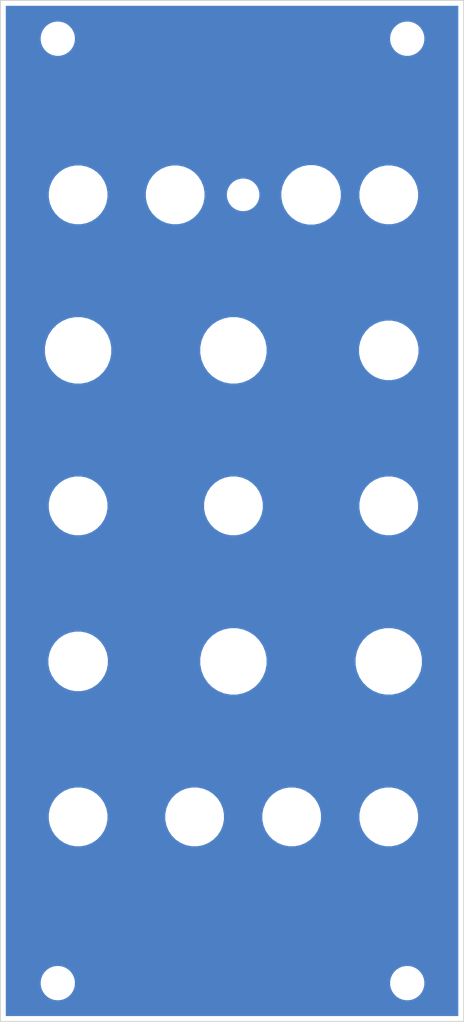
<source format=kicad_pcb>
(kicad_pcb (version 20221018) (generator pcbnew)
  (title_block (title "X4046") (date "2019-09-02") (rev "R01") (comment 1 "Panel PCB") (comment 2 "Original design by Thomas Henry") (comment 4 "License CC BY 4.0 - Attribution 4.0 International"))
  (layers (0 "F.Cu" signal) (31 "B.Cu" signal) (34 "B.Paste" user) (35 "F.Paste" user) (36 "B.SilkS" user "B.Silkscreen") (37 "F.SilkS" user "F.Silkscreen") (38 "B.Mask" user) (39 "F.Mask" user) (44 "Edge.Cuts" user))
  (net 0 "")
  (footprint "MountingHole:MountingHole_3.2mm_M3" (layer "F.Cu") (at 32.9 30.4)
    (fp_text reference "H2" hide)
    (fp_text value "MountingHole" hide)
    (pad "" np_thru_hole circle locked (at 0 0) (size 3.2 3.2) (drill 3.2) (layers "*.Cu" "*.Mask"))
  )
  (footprint "MountingHole:MountingHole_3.2mm_M3" (layer "F.Cu") (at 32.9 153.8)
    (fp_text reference "H3" hide)
    (fp_text value "MountingHole" hide)
    (pad "" np_thru_hole circle locked (at 0 0) (size 3.2 3.2) (drill 3.2) (layers "*.Cu" "*.Mask"))
  )
  (footprint "MountingHole:MountingHole_3.2mm_M3" (layer "F.Cu") (at 78.62 30.4)
    (fp_text reference "H4" hide)
    (fp_text value "MountingHole" hide)
    (pad "" np_thru_hole circle locked (at 0 0) (size 3.2 3.2) (drill 3.2) (layers "*.Cu" "*.Mask"))
  )
  (footprint "MountingHole:MountingHole_3.2mm_M3" (layer "F.Cu") (at 78.62 153.8)
    (fp_text reference "H5" hide)
    (fp_text value "MountingHole" hide)
    (pad "" np_thru_hole circle locked (at 0 0) (size 3.2 3.2) (drill 3.2) (layers "*.Cu" "*.Mask"))
  )
  (footprint "elektrophon:panel_jack" (layer "F.Cu") (at 35.56 50.8)
    (fp_text reference "H1" hide)
    (fp_text value "TRIG" hide)
    (pad "" np_thru_hole circle (at 0 0) (size 6.4 6.4) (drill 6.4) (layers "*.Cu" "*.Mask"))
  )
  (footprint "elektrophon:panel_jack" (layer "F.Cu") (at 63.5 132.08)
    (fp_text reference "H9" hide)
    (fp_text value "AC OUT" hide)
    (pad "" np_thru_hole circle (at 0 0) (size 6.4 6.4) (drill 6.4) (layers "*.Cu" "*.Mask"))
  )
  (footprint "elektrophon:panel_jack" (layer "F.Cu") (at 50.8 132.08)
    (fp_text reference "H10" hide)
    (fp_text value "OUT" hide)
    (pad "" np_thru_hole circle (at 0 0) (size 6.4 6.4) (drill 6.4) (layers "*.Cu" "*.Mask"))
  )
  (footprint "elektrophon:panel_jack" (layer "F.Cu") (at 55.88 91.44)
    (fp_text reference "H16" hide)
    (fp_text value "BOTH CV" hide)
    (pad "" np_thru_hole circle (at 0 0) (size 6.4 6.4) (drill 6.4) (layers "*.Cu" "*.Mask"))
  )
  (footprint "elektrophon:panel_switch" (layer "F.Cu") (at 66.04 50.8)
    (fp_text reference "H6" hide)
    (fp_text value "CYCLE")
    (pad "" np_thru_hole circle (at 0 0) (size 6.4 6.4) (drill 6.4) (layers "*.Cu" "*.Mask"))
  )
  (footprint "elektrophon:panel_switch" (layer "F.Cu") (at 76.2 71.12)
    (fp_text reference "H12" hide)
    (fp_text value "EXP_FALL")
    (pad "" np_thru_hole circle (at 0 0) (size 6.4 6.4) (drill 6.4) (layers "*.Cu" "*.Mask"))
  )
  (footprint "elektrophon:panel_switch" (layer "F.Cu") (at 35.56 111.76)
    (fp_text reference "H13" hide)
    (fp_text value "EXP_RAISE")
    (pad "" np_thru_hole circle (at 0 0) (size 6.4 6.4) (drill 6.4) (layers "*.Cu" "*.Mask"))
  )
  (footprint "elektrophon:panel_jack" (layer "F.Cu") (at 35.56 91.44)
    (fp_text reference "H14" hide)
    (fp_text value "CV RISE" hide)
    (pad "" np_thru_hole circle (at 0 0) (size 6.4 6.4) (drill 6.4) (layers "*.Cu" "*.Mask"))
  )
  (footprint "elektrophon:panel_jack" (layer "F.Cu") (at 76.2 91.44)
    (fp_text reference "H15" hide)
    (fp_text value "CV FALL" hide)
    (pad "" np_thru_hole circle (at 0 0) (size 6.4 6.4) (drill 6.4) (layers "*.Cu" "*.Mask"))
  )
  (footprint "elektrophon:panel_potentiometer" (layer "F.Cu") (at 35.56 71.12)
    (fp_text reference "H18" hide)
    (fp_text value "RISE" hide)
    (pad "" np_thru_hole circle (at 0 0) (size 7.4 7.4) (drill 7.4) (layers "*.Cu" "*.Mask"))
  )
  (footprint "elektrophon:panel_potentiometer" (layer "F.Cu") (at 76.2 111.76)
    (fp_text reference "H19" hide)
    (fp_text value "FALL" hide)
    (pad "" np_thru_hole circle (at 0 0) (size 7.4 7.4) (drill 7.4) (layers "*.Cu" "*.Mask"))
  )
  (footprint "elektrophon:panel_potentiometer" (layer "F.Cu") (at 55.88 71.12)
    (fp_text reference "H20" hide)
    (fp_text value "RISE RATE" hide)
    (pad "" np_thru_hole circle (at 0 0) (size 7.4 7.4) (drill 7.4) (layers "*.Cu" "*.Mask"))
  )
  (footprint "elektrophon:panel_potentiometer" (layer "F.Cu") (at 55.88 111.76)
    (fp_text reference "H21" hide)
    (fp_text value "FALL RATE" hide)
    (pad "" np_thru_hole circle (at 0 0) (size 7.4 7.4) (drill 7.4) (layers "*.Cu" "*.Mask"))
  )
  (footprint "elektrophon:LED_Monitor" (layer "F.Cu") (at 57.15 50.8)
    (fp_text reference "H7" hide)
    (fp_text value "LED" hide)
  )
  (footprint "elektrophon:panel_jack" (layer "F.Cu") (at 76.2 50.8)
    (fp_text reference "H8" hide)
    (fp_text value "END" hide)
    (pad "" np_thru_hole circle (at 0 0) (size 6.4 6.4) (drill 6.4) (layers "*.Cu" "*.Mask"))
  )
  (footprint "elektrophon:panel_jack" (layer "F.Cu") (at 76.2 132.08)
    (fp_text reference "H11" hide)
    (fp_text value "BIPOLAR OUT" hide)
    (pad "" np_thru_hole circle (at 0 0) (size 6.4 6.4) (drill 6.4) (layers "*.Cu" "*.Mask"))
  )
  (footprint "elektrophon:panel_jack" (layer "F.Cu") (at 35.56 132.08)
    (fp_text reference "H17" hide)
    (fp_text value "CV" hide)
    (pad "" np_thru_hole circle (at 0 0) (size 6.4 6.4) (drill 6.4) (layers "*.Cu" "*.Mask"))
  )
  (footprint "elektrophon:panel_jack" (layer "F.Cu") (at 48.26 50.8)
    (fp_text reference "H22" hide)
    (fp_text value "IN" hide)
    (pad "" np_thru_hole circle (at 0 0) (size 6.4 6.4) (drill 6.4) (layers "*.Cu" "*.Mask"))
  )
  (gr_line (start 25.4 25.4) (end 25.4 158.8) (stroke (width 0.12)) (layer "Edge.Cuts"))
  (gr_line (start 25.4 25.4) (end 86 25.4) (stroke (width 0.12)) (layer "Edge.Cuts"))
  (gr_line (start 86 158.8) (end 25.4 158.8) (stroke (width 0.12)) (layer "Edge.Cuts"))
  (gr_line (start 86 25.4) (end 86 158.8) (stroke (width 0.12)) (layer "Edge.Cuts"))
  (gr_text "R01" (at 69.85 153.67) (layer "F.Cu") (effects (font (size 2 1.4) (thickness 0.25))))
  (zone (net 0) (net_name "") (layer "B.Cu") (connect_pads (clearance 0.508)) (min_thickness 0.254) (fill yes (thermal_gap 0.508) (thermal_bridge_width 0.508))
    (polygon (pts (xy 25.43 25.4) (xy 85.882 25.751) (xy 85.822 159.161) (xy 25.4 158.75)))
  )
  (zone (net 0) (net_name "") (layer "B.Cu") (connect_pads (clearance 0)) (min_thickness 0.254)
    (keepout (tracks not_allowed) (vias not_allowed) (pads allowed) (copperpour not_allowed) (footprints allowed))
    (fill (thermal_gap 0.508) (thermal_bridge_width 0.508))
    (polygon (pts (xy 57.227 48.8015) (xy 57.2899 48.8049) (xy 57.3527 48.8103) (xy 57.4153 48.8177) (xy 57.4776 48.827) (xy 57.5396 48.8383) (xy 57.6012 48.8516) (xy 57.6623 48.8667) (xy 57.723 48.8838) (xy 57.783 48.9028) (xy 57.8425 48.9237) (xy 57.9012 48.9465) (xy 57.9592 48.971) (xy 58.0165 48.9974) (xy 58.0728 49.0256) (xy 58.1282 49.0556) (xy 58.1827 49.0872) (xy 58.2361 49.1206) (xy 58.2885 49.1557) (xy 58.3397 49.1923) (xy 58.3898 49.2306) (xy 58.4386 49.2704) (xy 58.4861 49.3118) (xy 58.5323 49.3546) (xy 58.5772 49.3989) (xy 58.6206 49.4445) (xy 58.6626 49.4915) (xy 58.703 49.5398) (xy 58.742 49.5893) (xy 58.7793 49.6401) (xy 58.815 49.692) (xy 58.8491 49.745) (xy 58.8815 49.799) (xy 58.9122 49.8541) (xy 58.9411 49.91) (xy 58.9682 49.9669) (xy 58.9936 50.0246) (xy 59.0171 50.083) (xy 59.0387 50.1422) (xy 59.0585 50.202) (xy 59.0764 50.2624) (xy 59.0924 50.3234) (xy 59.1064 50.3848) (xy 59.1185 50.4466) (xy 59.1287 50.5088) (xy 59.1369 50.5713) (xy 59.1431 50.6339) (xy 59.1473 50.6968) (xy 59.1496 50.7598) (xy 59.1499 50.8228) (xy 59.1482 50.8858) (xy 59.1445 50.9487) (xy 59.1388 51.0114) (xy 59.1312 51.0739) (xy 59.1215 51.1362) (xy 59.11 51.1981) (xy 59.0965 51.2597) (xy 59.081 51.3208) (xy 59.0637 51.3813) (xy 59.0444 51.4413) (xy 59.0233 51.5007) (xy 59.0003 51.5593) (xy 58.9754 51.6172) (xy 58.9488 51.6743) (xy 58.9203 51.7305) (xy 58.8902 51.7858) (xy 58.8582 51.8402) (xy 58.8246 51.8934) (xy 58.7894 51.9457) (xy 58.7525 51.9967) (xy 58.714 52.0466) (xy 58.6739 52.0952) (xy 58.6324 52.1426) (xy 58.5893 52.1886) (xy 58.5449 52.2333) (xy 58.4991 52.2765) (xy 58.4519 52.3183) (xy 58.4034 52.3585) (xy 58.3537 52.3972) (xy 58.3028 52.4343) (xy 58.2507 52.4698) (xy 58.1976 52.5037) (xy 58.1434 52.5358) (xy 58.0882 52.5663) (xy 58.0322 52.5949) (xy 57.9752 52.6218) (xy 57.9174 52.6469) (xy 57.8588 52.6702) (xy 57.7996 52.6916) (xy 57.7397 52.7111) (xy 57.6792 52.7287) (xy 57.6182 52.7444) (xy 57.5567 52.7582) (xy 57.4948 52.7701) (xy 57.4326 52.7799) (xy 57.3701 52.7879) (xy 57.3074 52.7938) (xy 57.2445 52.7978) (xy 57.1534 52.799921) (xy 57.1534 52.8) (xy 57.151293 52.79997) (xy 57.15 52.8) (xy 57.15 52.799951) (xy 57.0904 52.7991) (xy 57.0275 52.7962) (xy 56.9647 52.7914) (xy 56.902 52.7846) (xy 56.8396 52.7758) (xy 56.7776 52.765) (xy 56.7158 52.7523) (xy 56.6546 52.7377) (xy 56.5938 52.7211) (xy 56.5335 52.7026) (xy 56.4739 52.6823) (xy 56.415 52.66) (xy 56.3567 52.636) (xy 56.2993 52.6101) (xy 56.2427 52.5824) (xy 56.187 52.5529) (xy 56.1323 52.5217) (xy 56.0786 52.4888) (xy 56.0259 52.4542) (xy 55.9744 52.418) (xy 55.924 52.3801) (xy 55.8748 52.3407) (xy 55.8269 52.2998) (xy 55.7803 52.2574) (xy 55.7351 52.2135) (xy 55.6913 52.1683) (xy 55.6489 52.1216) (xy 55.608 52.0737) (xy 55.5687 52.0245) (xy 55.5309 51.9741) (xy 55.4947 51.9225) (xy 55.4602 51.8698) (xy 55.4273 51.8161) (xy 55.3962 51.7613) (xy 55.3668 51.7056) (xy 55.3391 51.649) (xy 55.3133 51.5915) (xy 55.2893 51.5332) (xy 55.2671 51.4743) (xy 55.2468 51.4146) (xy 55.2284 51.3544) (xy 55.2119 51.2936) (xy 55.1973 51.2323) (xy 55.1846 51.1706) (xy 55.1739 51.1085) (xy 55.1652 51.0461) (xy 55.1584 50.9834) (xy 55.1536 50.9206) (xy 55.1508 50.8577) (xy 55.15 50.7947) (xy 55.1512 50.7317) (xy 55.1543 50.6688) (xy 55.1594 50.606) (xy 55.1665 50.5434) (xy 55.1756 50.481) (xy 55.1866 50.419) (xy 55.1996 50.3573) (xy 55.2145 50.2961) (xy 55.2313 50.2354) (xy 55.2501 50.1752) (xy 55.2707 50.1157) (xy 55.2932 50.0569) (xy 55.3175 49.9987) (xy 55.3437 49.9414) (xy 55.3716 49.885) (xy 55.4013 49.8294) (xy 55.4328 49.7748) (xy 55.4659 49.7212) (xy 55.5007 49.6687) (xy 55.5372 49.6173) (xy 55.5752 49.5671) (xy 55.6148 49.5181) (xy 55.656 49.4704) (xy 55.6986 49.424) (xy 55.7427 49.379) (xy 55.7881 49.3353) (xy 55.8349 49.2932) (xy 55.883 49.2525) (xy 55.9324 49.2133) (xy 55.983 49.1758) (xy 56.0347 49.1398) (xy 56.0876 49.1055) (xy 56.1415 49.0729) (xy 56.1964 49.042) (xy 56.2522 49.0128) (xy 56.309 48.9854) (xy 56.3665 48.9598) (xy 56.4249 48.9361) (xy 56.4839 48.9142) (xy 56.5437 48.8941) (xy 56.604 48.876) (xy 56.6649 48.8597) (xy 56.7262 48.8454) (xy 56.788 48.833) (xy 56.8502 48.8226) (xy 56.9126 48.8141) (xy 56.9753 48.8076) (xy 57.0381 48.8031) (xy 57.101 48.8006) (xy 57.164 48.8)))
  )
)
</source>
